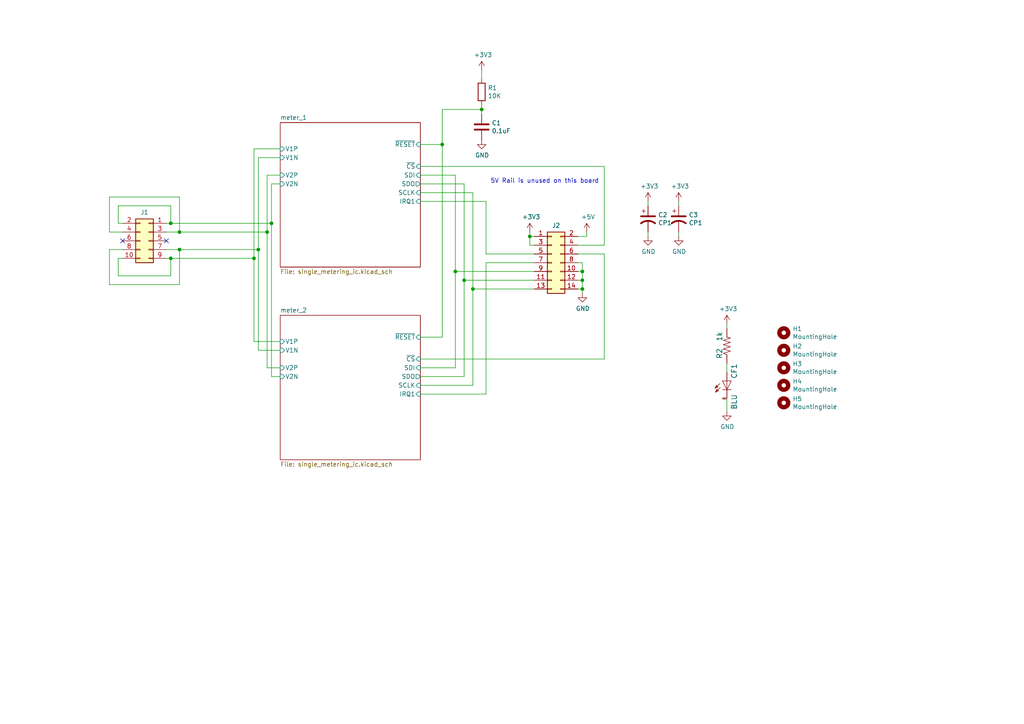
<source format=kicad_sch>
(kicad_sch (version 20230121) (generator eeschema)

  (uuid 8e06ba1f-e3ba-4eb9-a10e-887dffd566d6)

  (paper "A4")

  (lib_symbols
    (symbol "Connector_Generic:Conn_02x05_Odd_Even" (pin_names (offset 1.016) hide) (in_bom yes) (on_board yes)
      (property "Reference" "J" (at 1.27 7.62 0)
        (effects (font (size 1.27 1.27)))
      )
      (property "Value" "Connector_Generic_Conn_02x05_Odd_Even" (at 1.27 -7.62 0)
        (effects (font (size 1.27 1.27)))
      )
      (property "Footprint" "" (at 0 0 0)
        (effects (font (size 1.27 1.27)) hide)
      )
      (property "Datasheet" "" (at 0 0 0)
        (effects (font (size 1.27 1.27)) hide)
      )
      (property "ki_fp_filters" "Connector*:*_2x??_*" (at 0 0 0)
        (effects (font (size 1.27 1.27)) hide)
      )
      (symbol "Conn_02x05_Odd_Even_1_1"
        (rectangle (start -1.27 -4.953) (end 0 -5.207)
          (stroke (width 0.1524) (type default))
          (fill (type none))
        )
        (rectangle (start -1.27 -2.413) (end 0 -2.667)
          (stroke (width 0.1524) (type default))
          (fill (type none))
        )
        (rectangle (start -1.27 0.127) (end 0 -0.127)
          (stroke (width 0.1524) (type default))
          (fill (type none))
        )
        (rectangle (start -1.27 2.667) (end 0 2.413)
          (stroke (width 0.1524) (type default))
          (fill (type none))
        )
        (rectangle (start -1.27 5.207) (end 0 4.953)
          (stroke (width 0.1524) (type default))
          (fill (type none))
        )
        (rectangle (start -1.27 6.35) (end 3.81 -6.35)
          (stroke (width 0.254) (type default))
          (fill (type background))
        )
        (rectangle (start 3.81 -4.953) (end 2.54 -5.207)
          (stroke (width 0.1524) (type default))
          (fill (type none))
        )
        (rectangle (start 3.81 -2.413) (end 2.54 -2.667)
          (stroke (width 0.1524) (type default))
          (fill (type none))
        )
        (rectangle (start 3.81 0.127) (end 2.54 -0.127)
          (stroke (width 0.1524) (type default))
          (fill (type none))
        )
        (rectangle (start 3.81 2.667) (end 2.54 2.413)
          (stroke (width 0.1524) (type default))
          (fill (type none))
        )
        (rectangle (start 3.81 5.207) (end 2.54 4.953)
          (stroke (width 0.1524) (type default))
          (fill (type none))
        )
        (pin passive line (at -5.08 5.08 0) (length 3.81)
          (name "Pin_1" (effects (font (size 1.27 1.27))))
          (number "1" (effects (font (size 1.27 1.27))))
        )
        (pin passive line (at 7.62 -5.08 180) (length 3.81)
          (name "Pin_10" (effects (font (size 1.27 1.27))))
          (number "10" (effects (font (size 1.27 1.27))))
        )
        (pin passive line (at 7.62 5.08 180) (length 3.81)
          (name "Pin_2" (effects (font (size 1.27 1.27))))
          (number "2" (effects (font (size 1.27 1.27))))
        )
        (pin passive line (at -5.08 2.54 0) (length 3.81)
          (name "Pin_3" (effects (font (size 1.27 1.27))))
          (number "3" (effects (font (size 1.27 1.27))))
        )
        (pin passive line (at 7.62 2.54 180) (length 3.81)
          (name "Pin_4" (effects (font (size 1.27 1.27))))
          (number "4" (effects (font (size 1.27 1.27))))
        )
        (pin passive line (at -5.08 0 0) (length 3.81)
          (name "Pin_5" (effects (font (size 1.27 1.27))))
          (number "5" (effects (font (size 1.27 1.27))))
        )
        (pin passive line (at 7.62 0 180) (length 3.81)
          (name "Pin_6" (effects (font (size 1.27 1.27))))
          (number "6" (effects (font (size 1.27 1.27))))
        )
        (pin passive line (at -5.08 -2.54 0) (length 3.81)
          (name "Pin_7" (effects (font (size 1.27 1.27))))
          (number "7" (effects (font (size 1.27 1.27))))
        )
        (pin passive line (at 7.62 -2.54 180) (length 3.81)
          (name "Pin_8" (effects (font (size 1.27 1.27))))
          (number "8" (effects (font (size 1.27 1.27))))
        )
        (pin passive line (at -5.08 -5.08 0) (length 3.81)
          (name "Pin_9" (effects (font (size 1.27 1.27))))
          (number "9" (effects (font (size 1.27 1.27))))
        )
      )
    )
    (symbol "Connector_Generic:Conn_02x07_Odd_Even" (pin_names (offset 1.016) hide) (in_bom yes) (on_board yes)
      (property "Reference" "J" (at 1.27 10.16 0)
        (effects (font (size 1.27 1.27)))
      )
      (property "Value" "Connector_Generic_Conn_02x07_Odd_Even" (at 1.27 -10.16 0)
        (effects (font (size 1.27 1.27)))
      )
      (property "Footprint" "" (at 0 0 0)
        (effects (font (size 1.27 1.27)) hide)
      )
      (property "Datasheet" "" (at 0 0 0)
        (effects (font (size 1.27 1.27)) hide)
      )
      (property "ki_fp_filters" "Connector*:*_2x??_*" (at 0 0 0)
        (effects (font (size 1.27 1.27)) hide)
      )
      (symbol "Conn_02x07_Odd_Even_1_1"
        (rectangle (start -1.27 -7.493) (end 0 -7.747)
          (stroke (width 0.1524) (type default))
          (fill (type none))
        )
        (rectangle (start -1.27 -4.953) (end 0 -5.207)
          (stroke (width 0.1524) (type default))
          (fill (type none))
        )
        (rectangle (start -1.27 -2.413) (end 0 -2.667)
          (stroke (width 0.1524) (type default))
          (fill (type none))
        )
        (rectangle (start -1.27 0.127) (end 0 -0.127)
          (stroke (width 0.1524) (type default))
          (fill (type none))
        )
        (rectangle (start -1.27 2.667) (end 0 2.413)
          (stroke (width 0.1524) (type default))
          (fill (type none))
        )
        (rectangle (start -1.27 5.207) (end 0 4.953)
          (stroke (width 0.1524) (type default))
          (fill (type none))
        )
        (rectangle (start -1.27 7.747) (end 0 7.493)
          (stroke (width 0.1524) (type default))
          (fill (type none))
        )
        (rectangle (start -1.27 8.89) (end 3.81 -8.89)
          (stroke (width 0.254) (type default))
          (fill (type background))
        )
        (rectangle (start 3.81 -7.493) (end 2.54 -7.747)
          (stroke (width 0.1524) (type default))
          (fill (type none))
        )
        (rectangle (start 3.81 -4.953) (end 2.54 -5.207)
          (stroke (width 0.1524) (type default))
          (fill (type none))
        )
        (rectangle (start 3.81 -2.413) (end 2.54 -2.667)
          (stroke (width 0.1524) (type default))
          (fill (type none))
        )
        (rectangle (start 3.81 0.127) (end 2.54 -0.127)
          (stroke (width 0.1524) (type default))
          (fill (type none))
        )
        (rectangle (start 3.81 2.667) (end 2.54 2.413)
          (stroke (width 0.1524) (type default))
          (fill (type none))
        )
        (rectangle (start 3.81 5.207) (end 2.54 4.953)
          (stroke (width 0.1524) (type default))
          (fill (type none))
        )
        (rectangle (start 3.81 7.747) (end 2.54 7.493)
          (stroke (width 0.1524) (type default))
          (fill (type none))
        )
        (pin passive line (at -5.08 7.62 0) (length 3.81)
          (name "Pin_1" (effects (font (size 1.27 1.27))))
          (number "1" (effects (font (size 1.27 1.27))))
        )
        (pin passive line (at 7.62 -2.54 180) (length 3.81)
          (name "Pin_10" (effects (font (size 1.27 1.27))))
          (number "10" (effects (font (size 1.27 1.27))))
        )
        (pin passive line (at -5.08 -5.08 0) (length 3.81)
          (name "Pin_11" (effects (font (size 1.27 1.27))))
          (number "11" (effects (font (size 1.27 1.27))))
        )
        (pin passive line (at 7.62 -5.08 180) (length 3.81)
          (name "Pin_12" (effects (font (size 1.27 1.27))))
          (number "12" (effects (font (size 1.27 1.27))))
        )
        (pin passive line (at -5.08 -7.62 0) (length 3.81)
          (name "Pin_13" (effects (font (size 1.27 1.27))))
          (number "13" (effects (font (size 1.27 1.27))))
        )
        (pin passive line (at 7.62 -7.62 180) (length 3.81)
          (name "Pin_14" (effects (font (size 1.27 1.27))))
          (number "14" (effects (font (size 1.27 1.27))))
        )
        (pin passive line (at 7.62 7.62 180) (length 3.81)
          (name "Pin_2" (effects (font (size 1.27 1.27))))
          (number "2" (effects (font (size 1.27 1.27))))
        )
        (pin passive line (at -5.08 5.08 0) (length 3.81)
          (name "Pin_3" (effects (font (size 1.27 1.27))))
          (number "3" (effects (font (size 1.27 1.27))))
        )
        (pin passive line (at 7.62 5.08 180) (length 3.81)
          (name "Pin_4" (effects (font (size 1.27 1.27))))
          (number "4" (effects (font (size 1.27 1.27))))
        )
        (pin passive line (at -5.08 2.54 0) (length 3.81)
          (name "Pin_5" (effects (font (size 1.27 1.27))))
          (number "5" (effects (font (size 1.27 1.27))))
        )
        (pin passive line (at 7.62 2.54 180) (length 3.81)
          (name "Pin_6" (effects (font (size 1.27 1.27))))
          (number "6" (effects (font (size 1.27 1.27))))
        )
        (pin passive line (at -5.08 0 0) (length 3.81)
          (name "Pin_7" (effects (font (size 1.27 1.27))))
          (number "7" (effects (font (size 1.27 1.27))))
        )
        (pin passive line (at 7.62 0 180) (length 3.81)
          (name "Pin_8" (effects (font (size 1.27 1.27))))
          (number "8" (effects (font (size 1.27 1.27))))
        )
        (pin passive line (at -5.08 -2.54 0) (length 3.81)
          (name "Pin_9" (effects (font (size 1.27 1.27))))
          (number "9" (effects (font (size 1.27 1.27))))
        )
      )
    )
    (symbol "Device:C" (pin_numbers hide) (pin_names (offset 0.254)) (in_bom yes) (on_board yes)
      (property "Reference" "C" (at 0.635 2.54 0)
        (effects (font (size 1.27 1.27)) (justify left))
      )
      (property "Value" "Device_C" (at 0.635 -2.54 0)
        (effects (font (size 1.27 1.27)) (justify left))
      )
      (property "Footprint" "" (at 0.9652 -3.81 0)
        (effects (font (size 1.27 1.27)) hide)
      )
      (property "Datasheet" "" (at 0 0 0)
        (effects (font (size 1.27 1.27)) hide)
      )
      (property "ki_fp_filters" "C_*" (at 0 0 0)
        (effects (font (size 1.27 1.27)) hide)
      )
      (symbol "C_0_1"
        (polyline
          (pts
            (xy -2.032 -0.762)
            (xy 2.032 -0.762)
          )
          (stroke (width 0.508) (type default))
          (fill (type none))
        )
        (polyline
          (pts
            (xy -2.032 0.762)
            (xy 2.032 0.762)
          )
          (stroke (width 0.508) (type default))
          (fill (type none))
        )
      )
      (symbol "C_1_1"
        (pin passive line (at 0 3.81 270) (length 2.794)
          (name "~" (effects (font (size 1.27 1.27))))
          (number "1" (effects (font (size 1.27 1.27))))
        )
        (pin passive line (at 0 -3.81 90) (length 2.794)
          (name "~" (effects (font (size 1.27 1.27))))
          (number "2" (effects (font (size 1.27 1.27))))
        )
      )
    )
    (symbol "Device:CP1" (pin_numbers hide) (pin_names (offset 0.254) hide) (in_bom yes) (on_board yes)
      (property "Reference" "C" (at 0.635 2.54 0)
        (effects (font (size 1.27 1.27)) (justify left))
      )
      (property "Value" "Device_CP1" (at 0.635 -2.54 0)
        (effects (font (size 1.27 1.27)) (justify left))
      )
      (property "Footprint" "" (at 0 0 0)
        (effects (font (size 1.27 1.27)) hide)
      )
      (property "Datasheet" "" (at 0 0 0)
        (effects (font (size 1.27 1.27)) hide)
      )
      (property "ki_fp_filters" "CP_*" (at 0 0 0)
        (effects (font (size 1.27 1.27)) hide)
      )
      (symbol "CP1_0_1"
        (polyline
          (pts
            (xy -2.032 0.762)
            (xy 2.032 0.762)
          )
          (stroke (width 0.508) (type default))
          (fill (type none))
        )
        (polyline
          (pts
            (xy -1.778 2.286)
            (xy -0.762 2.286)
          )
          (stroke (width 0) (type default))
          (fill (type none))
        )
        (polyline
          (pts
            (xy -1.27 1.778)
            (xy -1.27 2.794)
          )
          (stroke (width 0) (type default))
          (fill (type none))
        )
        (arc (start 2.032 -1.27) (mid 0 -0.5572) (end -2.032 -1.27)
          (stroke (width 0.508) (type default))
          (fill (type none))
        )
      )
      (symbol "CP1_1_1"
        (pin passive line (at 0 3.81 270) (length 2.794)
          (name "~" (effects (font (size 1.27 1.27))))
          (number "1" (effects (font (size 1.27 1.27))))
        )
        (pin passive line (at 0 -3.81 90) (length 3.302)
          (name "~" (effects (font (size 1.27 1.27))))
          (number "2" (effects (font (size 1.27 1.27))))
        )
      )
    )
    (symbol "Device:R" (pin_numbers hide) (pin_names (offset 0)) (in_bom yes) (on_board yes)
      (property "Reference" "R" (at 2.032 0 90)
        (effects (font (size 1.27 1.27)))
      )
      (property "Value" "Device_R" (at 0 0 90)
        (effects (font (size 1.27 1.27)))
      )
      (property "Footprint" "" (at -1.778 0 90)
        (effects (font (size 1.27 1.27)) hide)
      )
      (property "Datasheet" "" (at 0 0 0)
        (effects (font (size 1.27 1.27)) hide)
      )
      (property "ki_fp_filters" "R_*" (at 0 0 0)
        (effects (font (size 1.27 1.27)) hide)
      )
      (symbol "R_0_1"
        (rectangle (start -1.016 -2.54) (end 1.016 2.54)
          (stroke (width 0.254) (type default))
          (fill (type none))
        )
      )
      (symbol "R_1_1"
        (pin passive line (at 0 3.81 270) (length 1.27)
          (name "~" (effects (font (size 1.27 1.27))))
          (number "1" (effects (font (size 1.27 1.27))))
        )
        (pin passive line (at 0 -3.81 90) (length 1.27)
          (name "~" (effects (font (size 1.27 1.27))))
          (number "2" (effects (font (size 1.27 1.27))))
        )
      )
    )
    (symbol "Mechanical:MountingHole" (pin_names (offset 1.016)) (in_bom yes) (on_board yes)
      (property "Reference" "H" (at 0 5.08 0)
        (effects (font (size 1.27 1.27)))
      )
      (property "Value" "Mechanical_MountingHole" (at 0 3.175 0)
        (effects (font (size 1.27 1.27)))
      )
      (property "Footprint" "" (at 0 0 0)
        (effects (font (size 1.27 1.27)) hide)
      )
      (property "Datasheet" "" (at 0 0 0)
        (effects (font (size 1.27 1.27)) hide)
      )
      (property "ki_fp_filters" "MountingHole*" (at 0 0 0)
        (effects (font (size 1.27 1.27)) hide)
      )
      (symbol "MountingHole_0_1"
        (circle (center 0 0) (radius 1.27)
          (stroke (width 1.27) (type default))
          (fill (type none))
        )
      )
    )
    (symbol "custom:LEDCHIPLED_0603-6_channel_esp32_energy_meter-eagle-import-6_channel_esp32_energy_meter-rescue" (pin_names (offset 1.016)) (in_bom yes) (on_board yes)
      (property "Reference" "LED" (at 3.556 -4.572 90)
        (effects (font (size 1.4986 1.4986)) (justify left bottom))
      )
      (property "Value" "custom_LEDCHIPLED_0603-6_channel_esp32_energy_meter-eagle-import-6_channel_esp32_energy_meter-rescue" (at 5.715 -4.572 90)
        (effects (font (size 1.4986 1.4986)) (justify left bottom))
      )
      (property "Footprint" "" (at 0 0 0)
        (effects (font (size 1.27 1.27)) hide)
      )
      (property "Datasheet" "" (at 0 0 0)
        (effects (font (size 1.27 1.27)) hide)
      )
      (property "ki_locked" "" (at 0 0 0)
        (effects (font (size 1.27 1.27)))
      )
      (symbol "LEDCHIPLED_0603-6_channel_esp32_energy_meter-eagle-import-6_channel_esp32_energy_meter-rescue_1_0"
        (polyline
          (pts
            (xy -2.032 -0.762)
            (xy -3.429 -2.159)
          )
          (stroke (width 0) (type default))
          (fill (type none))
        )
        (polyline
          (pts
            (xy -1.905 -1.905)
            (xy -3.302 -3.302)
          )
          (stroke (width 0) (type default))
          (fill (type none))
        )
        (polyline
          (pts
            (xy 0 -2.54)
            (xy -1.27 -2.54)
          )
          (stroke (width 0) (type default))
          (fill (type none))
        )
        (polyline
          (pts
            (xy 0 -2.54)
            (xy -1.27 0)
          )
          (stroke (width 0) (type default))
          (fill (type none))
        )
        (polyline
          (pts
            (xy 0 0)
            (xy -1.27 0)
          )
          (stroke (width 0) (type default))
          (fill (type none))
        )
        (polyline
          (pts
            (xy 0 0)
            (xy 0 -2.54)
          )
          (stroke (width 0) (type default))
          (fill (type none))
        )
        (polyline
          (pts
            (xy 1.27 -2.54)
            (xy 0 -2.54)
          )
          (stroke (width 0) (type default))
          (fill (type none))
        )
        (polyline
          (pts
            (xy 1.27 0)
            (xy 0 -2.54)
          )
          (stroke (width 0) (type default))
          (fill (type none))
        )
        (polyline
          (pts
            (xy 1.27 0)
            (xy 0 0)
          )
          (stroke (width 0) (type default))
          (fill (type none))
        )
        (polyline
          (pts
            (xy -3.429 -2.159)
            (xy -3.048 -1.27)
            (xy -2.54 -1.778)
          )
          (stroke (width 0) (type default))
          (fill (type outline))
        )
        (polyline
          (pts
            (xy -3.302 -3.302)
            (xy -2.921 -2.413)
            (xy -2.413 -2.921)
          )
          (stroke (width 0) (type default))
          (fill (type outline))
        )
        (pin passive line (at 0 2.54 270) (length 2.54)
          (name "A" (effects (font (size 0 0))))
          (number "A" (effects (font (size 0 0))))
        )
        (pin passive line (at 0 -5.08 90) (length 2.54)
          (name "C" (effects (font (size 0 0))))
          (number "C" (effects (font (size 0 0))))
        )
      )
    )
    (symbol "custom:R-US_R0603-6_channel_esp32_energy_meter-eagle-import-6_channel_esp32_energy_meter-rescue" (pin_names (offset 1.016)) (in_bom yes) (on_board yes)
      (property "Reference" "R" (at -3.81 1.4986 0)
        (effects (font (size 1.4986 1.4986)) (justify left bottom))
      )
      (property "Value" "custom_R-US_R0603-6_channel_esp32_energy_meter-eagle-import-6_channel_esp32_energy_meter-rescue" (at -3.81 -3.302 0)
        (effects (font (size 1.4986 1.4986)) (justify left bottom))
      )
      (property "Footprint" "" (at 0 0 0)
        (effects (font (size 1.27 1.27)) hide)
      )
      (property "Datasheet" "" (at 0 0 0)
        (effects (font (size 1.27 1.27)) hide)
      )
      (property "ki_locked" "" (at 0 0 0)
        (effects (font (size 1.27 1.27)))
      )
      (symbol "R-US_R0603-6_channel_esp32_energy_meter-eagle-import-6_channel_esp32_energy_meter-rescue_1_0"
        (polyline
          (pts
            (xy -2.54 0)
            (xy -2.159 1.016)
          )
          (stroke (width 0) (type default))
          (fill (type none))
        )
        (polyline
          (pts
            (xy -2.159 1.016)
            (xy -1.524 -1.016)
          )
          (stroke (width 0) (type default))
          (fill (type none))
        )
        (polyline
          (pts
            (xy -1.524 -1.016)
            (xy -0.889 1.016)
          )
          (stroke (width 0) (type default))
          (fill (type none))
        )
        (polyline
          (pts
            (xy -0.889 1.016)
            (xy -0.254 -1.016)
          )
          (stroke (width 0) (type default))
          (fill (type none))
        )
        (polyline
          (pts
            (xy -0.254 -1.016)
            (xy 0.381 1.016)
          )
          (stroke (width 0) (type default))
          (fill (type none))
        )
        (polyline
          (pts
            (xy 0.381 1.016)
            (xy 1.016 -1.016)
          )
          (stroke (width 0) (type default))
          (fill (type none))
        )
        (polyline
          (pts
            (xy 1.016 -1.016)
            (xy 1.651 1.016)
          )
          (stroke (width 0) (type default))
          (fill (type none))
        )
        (polyline
          (pts
            (xy 1.651 1.016)
            (xy 2.286 -1.016)
          )
          (stroke (width 0) (type default))
          (fill (type none))
        )
        (polyline
          (pts
            (xy 2.286 -1.016)
            (xy 2.54 0)
          )
          (stroke (width 0) (type default))
          (fill (type none))
        )
        (pin passive line (at -5.08 0 0) (length 2.54)
          (name "1" (effects (font (size 0 0))))
          (number "1" (effects (font (size 0 0))))
        )
        (pin passive line (at 5.08 0 180) (length 2.54)
          (name "2" (effects (font (size 0 0))))
          (number "2" (effects (font (size 0 0))))
        )
      )
    )
    (symbol "power:+3.3V" (power) (pin_names (offset 0)) (in_bom yes) (on_board yes)
      (property "Reference" "#PWR" (at 0 -3.81 0)
        (effects (font (size 1.27 1.27)) hide)
      )
      (property "Value" "power_+3.3V" (at 0 3.556 0)
        (effects (font (size 1.27 1.27)))
      )
      (property "Footprint" "" (at 0 0 0)
        (effects (font (size 1.27 1.27)) hide)
      )
      (property "Datasheet" "" (at 0 0 0)
        (effects (font (size 1.27 1.27)) hide)
      )
      (symbol "+3.3V_0_1"
        (polyline
          (pts
            (xy -0.762 1.27)
            (xy 0 2.54)
          )
          (stroke (width 0) (type default))
          (fill (type none))
        )
        (polyline
          (pts
            (xy 0 0)
            (xy 0 2.54)
          )
          (stroke (width 0) (type default))
          (fill (type none))
        )
        (polyline
          (pts
            (xy 0 2.54)
            (xy 0.762 1.27)
          )
          (stroke (width 0) (type default))
          (fill (type none))
        )
      )
      (symbol "+3.3V_1_1"
        (pin power_in line (at 0 0 90) (length 0) hide
          (name "+3V3" (effects (font (size 1.27 1.27))))
          (number "1" (effects (font (size 1.27 1.27))))
        )
      )
    )
    (symbol "power:+5V" (power) (pin_names (offset 0)) (in_bom yes) (on_board yes)
      (property "Reference" "#PWR" (at 0 -3.81 0)
        (effects (font (size 1.27 1.27)) hide)
      )
      (property "Value" "power_+5V" (at 0 3.556 0)
        (effects (font (size 1.27 1.27)))
      )
      (property "Footprint" "" (at 0 0 0)
        (effects (font (size 1.27 1.27)) hide)
      )
      (property "Datasheet" "" (at 0 0 0)
        (effects (font (size 1.27 1.27)) hide)
      )
      (symbol "+5V_0_1"
        (polyline
          (pts
            (xy -0.762 1.27)
            (xy 0 2.54)
          )
          (stroke (width 0) (type default))
          (fill (type none))
        )
        (polyline
          (pts
            (xy 0 0)
            (xy 0 2.54)
          )
          (stroke (width 0) (type default))
          (fill (type none))
        )
        (polyline
          (pts
            (xy 0 2.54)
            (xy 0.762 1.27)
          )
          (stroke (width 0) (type default))
          (fill (type none))
        )
      )
      (symbol "+5V_1_1"
        (pin power_in line (at 0 0 90) (length 0) hide
          (name "+5V" (effects (font (size 1.27 1.27))))
          (number "1" (effects (font (size 1.27 1.27))))
        )
      )
    )
    (symbol "power:GND" (power) (pin_names (offset 0)) (in_bom yes) (on_board yes)
      (property "Reference" "#PWR" (at 0 -6.35 0)
        (effects (font (size 1.27 1.27)) hide)
      )
      (property "Value" "power_GND" (at 0 -3.81 0)
        (effects (font (size 1.27 1.27)))
      )
      (property "Footprint" "" (at 0 0 0)
        (effects (font (size 1.27 1.27)) hide)
      )
      (property "Datasheet" "" (at 0 0 0)
        (effects (font (size 1.27 1.27)) hide)
      )
      (symbol "GND_0_1"
        (polyline
          (pts
            (xy 0 0)
            (xy 0 -1.27)
            (xy 1.27 -1.27)
            (xy 0 -2.54)
            (xy -1.27 -1.27)
            (xy 0 -1.27)
          )
          (stroke (width 0) (type default))
          (fill (type none))
        )
      )
      (symbol "GND_1_1"
        (pin power_in line (at 0 0 270) (length 0) hide
          (name "GND" (effects (font (size 1.27 1.27))))
          (number "1" (effects (font (size 1.27 1.27))))
        )
      )
    )
  )

  (junction (at 78.74 64.77) (diameter 0) (color 0 0 0 0)
    (uuid 009a4fb4-fcc0-4623-ae5d-c1bae3219583)
  )
  (junction (at 168.91 81.28) (diameter 0) (color 0 0 0 0)
    (uuid 14c51520-6d91-4098-a59a-5121f2a898f7)
  )
  (junction (at 49.53 74.93) (diameter 0) (color 0 0 0 0)
    (uuid 18b7e157-ae67-48ad-bd7c-9fef6fe45b22)
  )
  (junction (at 168.91 78.74) (diameter 0) (color 0 0 0 0)
    (uuid 477311b9-8f81-40c8-9c55-fd87e287247a)
  )
  (junction (at 153.67 68.58) (diameter 0) (color 0 0 0 0)
    (uuid 5cf2db29-f7ab-499a-9907-cdeba64bf0f3)
  )
  (junction (at 49.53 64.77) (diameter 0) (color 0 0 0 0)
    (uuid 6b7c1048-12b6-46b2-b762-fa3ad30472dd)
  )
  (junction (at 132.08 78.74) (diameter 0) (color 0 0 0 0)
    (uuid 7e0a03ae-d054-4f76-a131-5c09b8dc1636)
  )
  (junction (at 73.66 74.93) (diameter 0) (color 0 0 0 0)
    (uuid 88668202-3f0b-4d07-84d4-dcd790f57272)
  )
  (junction (at 168.91 83.82) (diameter 0) (color 0 0 0 0)
    (uuid 8a650ebf-3f78-4ca4-a26b-a5028693e36d)
  )
  (junction (at 128.27 41.91) (diameter 0) (color 0 0 0 0)
    (uuid a29f8df0-3fae-4edf-8d9c-bd5a875b13e3)
  )
  (junction (at 74.93 72.39) (diameter 0) (color 0 0 0 0)
    (uuid a6ccc556-da88-4006-ae1a-cc35733efef3)
  )
  (junction (at 134.62 81.28) (diameter 0) (color 0 0 0 0)
    (uuid a9b3f6e4-7a6d-4ae8-ad28-3d8458e0ca1a)
  )
  (junction (at 77.47 67.31) (diameter 0) (color 0 0 0 0)
    (uuid b7867831-ef82-4f33-a926-59e5c1c09b91)
  )
  (junction (at 137.16 83.82) (diameter 0) (color 0 0 0 0)
    (uuid e1535036-5d36-405f-bb86-3819621c4f23)
  )
  (junction (at 52.07 72.39) (diameter 0) (color 0 0 0 0)
    (uuid e4aa537c-eb9d-4dbb-ac87-fae46af42391)
  )
  (junction (at 52.07 67.31) (diameter 0) (color 0 0 0 0)
    (uuid e67b9f8c-019b-4145-98a4-96545f6bb128)
  )
  (junction (at 139.7 31.75) (diameter 0) (color 0 0 0 0)
    (uuid f449bd37-cc90-4487-aee6-2a20b8d2843a)
  )

  (no_connect (at 35.56 69.85) (uuid 700e8b73-5976-423f-a3f3-ab3d9f3e9760))
  (no_connect (at 48.26 69.85) (uuid b4300db7-1220-431a-b7c3-2edbdf8fa6fc))

  (wire (pts (xy 132.08 106.68) (xy 121.92 106.68))
    (stroke (width 0) (type default))
    (uuid 01e9b6e7-adf9-4ee7-9447-a588630ee4a2)
  )
  (wire (pts (xy 175.26 71.12) (xy 167.64 71.12))
    (stroke (width 0) (type default))
    (uuid 0351df45-d042-41d4-ba35-88092c7be2fc)
  )
  (wire (pts (xy 128.27 41.91) (xy 128.27 97.79))
    (stroke (width 0) (type default))
    (uuid 03caada9-9e22-4e2d-9035-b15433dfbb17)
  )
  (wire (pts (xy 74.93 72.39) (xy 52.07 72.39))
    (stroke (width 0) (type default))
    (uuid 065b9982-55f2-4822-977e-07e8a06e7b35)
  )
  (wire (pts (xy 168.91 83.82) (xy 167.64 83.82))
    (stroke (width 0) (type default))
    (uuid 0755aee5-bc01-4cb5-b830-583289df50a3)
  )
  (wire (pts (xy 49.53 64.77) (xy 48.26 64.77))
    (stroke (width 0) (type default))
    (uuid 0cc45b5b-96b3-4284-9cae-a3a9e324a916)
  )
  (wire (pts (xy 168.91 78.74) (xy 168.91 81.28))
    (stroke (width 0) (type default))
    (uuid 0e1ed1c5-7428-4dc7-b76e-49b2d5f8177d)
  )
  (wire (pts (xy 49.53 80.01) (xy 49.53 74.93))
    (stroke (width 0) (type default))
    (uuid 0f31f11f-c374-4640-b9a4-07bbdba8d354)
  )
  (wire (pts (xy 31.75 57.15) (xy 52.07 57.15))
    (stroke (width 0) (type default))
    (uuid 109caac1-5036-4f23-9a66-f569d871501b)
  )
  (wire (pts (xy 137.16 55.88) (xy 137.16 83.82))
    (stroke (width 0) (type default))
    (uuid 15fe8f3d-6077-4e0e-81d0-8ec3f4538981)
  )
  (wire (pts (xy 134.62 53.34) (xy 121.92 53.34))
    (stroke (width 0) (type default))
    (uuid 16bd6381-8ac0-4bf2-9dce-ecc20c724b8d)
  )
  (wire (pts (xy 48.26 67.31) (xy 52.07 67.31))
    (stroke (width 0) (type default))
    (uuid 19b0959e-a79b-43b2-a5ad-525ced7e9131)
  )
  (wire (pts (xy 128.27 97.79) (xy 121.92 97.79))
    (stroke (width 0) (type default))
    (uuid 1f3003e6-dce5-420f-906b-3f1e92b67249)
  )
  (wire (pts (xy 35.56 64.77) (xy 34.29 64.77))
    (stroke (width 0) (type default))
    (uuid 1f8b2c0c-b042-4e2e-80f6-4959a27b238f)
  )
  (wire (pts (xy 132.08 78.74) (xy 154.94 78.74))
    (stroke (width 0) (type default))
    (uuid 20c315f4-1e4f-49aa-8d61-778a7389df7e)
  )
  (wire (pts (xy 196.85 59.69) (xy 196.85 58.42))
    (stroke (width 0) (type default))
    (uuid 22999e73-da32-43a5-9163-4b3a41614f25)
  )
  (wire (pts (xy 139.7 22.86) (xy 139.7 20.32))
    (stroke (width 0) (type default))
    (uuid 240c10af-51b5-420e-a6f4-a2c8f5db1db5)
  )
  (wire (pts (xy 121.92 58.42) (xy 140.97 58.42))
    (stroke (width 0) (type default))
    (uuid 240e5dac-6242-47a5-bbef-f76d11c715c0)
  )
  (wire (pts (xy 74.93 72.39) (xy 74.93 101.6))
    (stroke (width 0) (type default))
    (uuid 25e5aa8e-2696-44a3-8d3c-c2c53f2923cf)
  )
  (wire (pts (xy 140.97 76.2) (xy 140.97 114.3))
    (stroke (width 0) (type default))
    (uuid 27d56953-c620-4d5b-9c1c-e48bc3d9684a)
  )
  (wire (pts (xy 153.67 71.12) (xy 153.67 68.58))
    (stroke (width 0) (type default))
    (uuid 29e058a7-50a3-43e5-81c3-bfee53da08be)
  )
  (wire (pts (xy 167.64 76.2) (xy 168.91 76.2))
    (stroke (width 0) (type default))
    (uuid 2d67a417-188f-4014-9282-000265d80009)
  )
  (wire (pts (xy 31.75 67.31) (xy 31.75 57.15))
    (stroke (width 0) (type default))
    (uuid 31540a7e-dc9e-4e4d-96b1-dab15efa5f4b)
  )
  (wire (pts (xy 78.74 64.77) (xy 78.74 109.22))
    (stroke (width 0) (type default))
    (uuid 37f31dec-63fc-4634-a141-5dc5d2b60fe4)
  )
  (wire (pts (xy 154.94 71.12) (xy 153.67 71.12))
    (stroke (width 0) (type default))
    (uuid 3fd54105-4b7e-4004-9801-76ec66108a22)
  )
  (wire (pts (xy 81.28 101.6) (xy 74.93 101.6))
    (stroke (width 0) (type default))
    (uuid 40976bf0-19de-460f-ad64-224d4f51e16b)
  )
  (wire (pts (xy 153.67 67.31) (xy 153.67 68.58))
    (stroke (width 0) (type default))
    (uuid 4a21e717-d46d-4d9e-8b98-af4ecb02d3ec)
  )
  (wire (pts (xy 49.53 59.69) (xy 49.53 64.77))
    (stroke (width 0) (type default))
    (uuid 4a850cb6-bb24-4274-a902-e49f34f0a0e3)
  )
  (wire (pts (xy 121.92 109.22) (xy 134.62 109.22))
    (stroke (width 0) (type default))
    (uuid 4f66b314-0f62-4fb6-8c3c-f9c6a75cd3ec)
  )
  (wire (pts (xy 168.91 85.09) (xy 168.91 83.82))
    (stroke (width 0) (type default))
    (uuid 4fb21471-41be-4be8-9687-66030f97befc)
  )
  (wire (pts (xy 49.53 74.93) (xy 48.26 74.93))
    (stroke (width 0) (type default))
    (uuid 5fc9acb6-6dbb-4598-825b-4b9e7c4c67c4)
  )
  (wire (pts (xy 77.47 67.31) (xy 77.47 106.68))
    (stroke (width 0) (type default))
    (uuid 609b9e1b-4e3b-42b7-ac76-a62ec4d0e7c7)
  )
  (wire (pts (xy 170.18 67.31) (xy 170.18 68.58))
    (stroke (width 0) (type default))
    (uuid 60dcd1fe-7079-4cb8-b509-04558ccf5097)
  )
  (wire (pts (xy 78.74 53.34) (xy 81.28 53.34))
    (stroke (width 0) (type default))
    (uuid 639c0e59-e95c-4114-bccd-2e7277505454)
  )
  (wire (pts (xy 167.64 73.66) (xy 175.26 73.66))
    (stroke (width 0) (type default))
    (uuid 676efd2f-1c48-4786-9e4b-2444f1e8f6ff)
  )
  (wire (pts (xy 52.07 67.31) (xy 77.47 67.31))
    (stroke (width 0) (type default))
    (uuid 6bf05d19-ba3e-4ba6-8a6f-4e0bc45ea3b2)
  )
  (wire (pts (xy 52.07 72.39) (xy 52.07 82.55))
    (stroke (width 0) (type default))
    (uuid 6d1d60ff-408a-47a7-892f-c5cf9ef6ca75)
  )
  (wire (pts (xy 140.97 58.42) (xy 140.97 73.66))
    (stroke (width 0) (type default))
    (uuid 6fd4442e-30b3-428b-9306-61418a63d311)
  )
  (wire (pts (xy 167.64 81.28) (xy 168.91 81.28))
    (stroke (width 0) (type default))
    (uuid 730b670c-9bcf-4dcd-9a8d-fcaa61fb0955)
  )
  (wire (pts (xy 134.62 81.28) (xy 134.62 109.22))
    (stroke (width 0) (type default))
    (uuid 7a4ce4b3-518a-4819-b8b2-5127b3347c64)
  )
  (wire (pts (xy 52.07 67.31) (xy 52.07 57.15))
    (stroke (width 0) (type default))
    (uuid 7c04618d-9115-4179-b234-a8faf854ea92)
  )
  (wire (pts (xy 121.92 104.14) (xy 175.26 104.14))
    (stroke (width 0) (type default))
    (uuid 7d928d56-093a-4ca8-aed1-414b7e703b45)
  )
  (wire (pts (xy 134.62 53.34) (xy 134.62 81.28))
    (stroke (width 0) (type default))
    (uuid 814763c2-92e5-4a2c-941c-9bbd073f6e87)
  )
  (wire (pts (xy 187.96 68.58) (xy 187.96 67.31))
    (stroke (width 0) (type default))
    (uuid 81a15393-727e-448b-a777-b18773023d89)
  )
  (wire (pts (xy 154.94 83.82) (xy 137.16 83.82))
    (stroke (width 0) (type default))
    (uuid 82be7aae-5d06-4178-8c3e-98760c41b054)
  )
  (wire (pts (xy 168.91 76.2) (xy 168.91 78.74))
    (stroke (width 0) (type default))
    (uuid 84e5506c-143e-495f-9aa4-d3a71622f213)
  )
  (wire (pts (xy 121.92 50.8) (xy 132.08 50.8))
    (stroke (width 0) (type default))
    (uuid 85b7594c-358f-454b-b2ad-dd0b1d67ed76)
  )
  (wire (pts (xy 139.7 31.75) (xy 128.27 31.75))
    (stroke (width 0) (type default))
    (uuid 8bc2c25a-a1f1-4ce8-b96a-a4f8f4c35079)
  )
  (wire (pts (xy 35.56 67.31) (xy 31.75 67.31))
    (stroke (width 0) (type default))
    (uuid 8c1605f9-6c91-4701-96bf-e753661d5e23)
  )
  (wire (pts (xy 73.66 99.06) (xy 81.28 99.06))
    (stroke (width 0) (type default))
    (uuid 8c514922-ffe1-4e37-a260-e807409f2e0d)
  )
  (wire (pts (xy 121.92 41.91) (xy 128.27 41.91))
    (stroke (width 0) (type default))
    (uuid 8ca3e20d-bcc7-4c5e-9deb-562dfed9fecb)
  )
  (wire (pts (xy 140.97 73.66) (xy 154.94 73.66))
    (stroke (width 0) (type default))
    (uuid 8d0c1d66-35ef-4a53-a28f-436a11b54f42)
  )
  (wire (pts (xy 121.92 48.26) (xy 175.26 48.26))
    (stroke (width 0) (type default))
    (uuid 8d9a3ecc-539f-41da-8099-d37cea9c28e7)
  )
  (wire (pts (xy 154.94 76.2) (xy 140.97 76.2))
    (stroke (width 0) (type default))
    (uuid 9193c41e-d425-447d-b95c-6986d66ea01c)
  )
  (wire (pts (xy 78.74 53.34) (xy 78.74 64.77))
    (stroke (width 0) (type default))
    (uuid 91c1eb0a-67ae-4ef0-95ce-d060a03a7313)
  )
  (wire (pts (xy 31.75 82.55) (xy 31.75 72.39))
    (stroke (width 0) (type default))
    (uuid 970e0f64-111f-41e3-9f5a-fb0d0f6fa101)
  )
  (wire (pts (xy 34.29 80.01) (xy 49.53 80.01))
    (stroke (width 0) (type default))
    (uuid 998b7fa5-31a5-472e-9572-49d5226d6098)
  )
  (wire (pts (xy 139.7 33.02) (xy 139.7 31.75))
    (stroke (width 0) (type default))
    (uuid 9cbf35b8-f4d3-42a3-bb16-04ffd03fd8fd)
  )
  (wire (pts (xy 77.47 106.68) (xy 81.28 106.68))
    (stroke (width 0) (type default))
    (uuid a15a7506-eae4-4933-84da-9ad754258706)
  )
  (wire (pts (xy 210.82 93.98) (xy 210.82 95.25))
    (stroke (width 0) (type default))
    (uuid a17904b9-135e-4dae-ae20-401c7787de72)
  )
  (wire (pts (xy 74.93 45.72) (xy 74.93 72.39))
    (stroke (width 0) (type default))
    (uuid a24ddb4f-c217-42ca-b6cb-d12da84fb2b9)
  )
  (wire (pts (xy 187.96 59.69) (xy 187.96 58.42))
    (stroke (width 0) (type default))
    (uuid a4f86a46-3bc8-4daa-9125-a63f297eb114)
  )
  (wire (pts (xy 49.53 74.93) (xy 73.66 74.93))
    (stroke (width 0) (type default))
    (uuid a53767ed-bb28-4f90-abe0-e0ea734812a4)
  )
  (wire (pts (xy 137.16 111.76) (xy 121.92 111.76))
    (stroke (width 0) (type default))
    (uuid a5cd8da1-8f7f-4f80-bb23-0317de562222)
  )
  (wire (pts (xy 154.94 81.28) (xy 134.62 81.28))
    (stroke (width 0) (type default))
    (uuid a6b7df29-bcf8-46a9-b623-7eaac47f5110)
  )
  (wire (pts (xy 140.97 114.3) (xy 121.92 114.3))
    (stroke (width 0) (type default))
    (uuid aa2ea573-3f20-43c1-aa99-1f9c6031a9aa)
  )
  (wire (pts (xy 168.91 81.28) (xy 168.91 83.82))
    (stroke (width 0) (type default))
    (uuid abe07c9a-17c3-43b5-b7a6-ae867ac27ea7)
  )
  (wire (pts (xy 210.82 105.41) (xy 210.82 107.95))
    (stroke (width 0) (type default))
    (uuid b1c649b1-f44d-46c7-9dea-818e75a1b87e)
  )
  (wire (pts (xy 128.27 31.75) (xy 128.27 41.91))
    (stroke (width 0) (type default))
    (uuid b1ddb058-f7b2-429c-9489-f4e2242ad7e5)
  )
  (wire (pts (xy 52.07 82.55) (xy 31.75 82.55))
    (stroke (width 0) (type default))
    (uuid b6135480-ace6-42b2-9c47-856ef57cded1)
  )
  (wire (pts (xy 73.66 74.93) (xy 73.66 99.06))
    (stroke (width 0) (type default))
    (uuid c106154f-d948-43e5-abfa-e1b96055d91b)
  )
  (wire (pts (xy 73.66 43.18) (xy 73.66 74.93))
    (stroke (width 0) (type default))
    (uuid c24d6ac8-802d-4df3-a210-9cb1f693e865)
  )
  (wire (pts (xy 81.28 43.18) (xy 73.66 43.18))
    (stroke (width 0) (type default))
    (uuid c25a772d-af9c-4ebc-96f6-0966738c13a8)
  )
  (wire (pts (xy 170.18 68.58) (xy 167.64 68.58))
    (stroke (width 0) (type default))
    (uuid c5eb1e4c-ce83-470e-8f32-e20ff1f886a3)
  )
  (wire (pts (xy 175.26 73.66) (xy 175.26 104.14))
    (stroke (width 0) (type default))
    (uuid c701ee8e-1214-4781-a973-17bef7b6e3eb)
  )
  (wire (pts (xy 81.28 50.8) (xy 77.47 50.8))
    (stroke (width 0) (type default))
    (uuid c8c79177-94d4-43e2-a654-f0a5554fbb68)
  )
  (wire (pts (xy 121.92 55.88) (xy 137.16 55.88))
    (stroke (width 0) (type default))
    (uuid ca87f11b-5f48-4b57-8535-68d3ec2fe5a9)
  )
  (wire (pts (xy 210.82 115.57) (xy 210.82 119.38))
    (stroke (width 0) (type default))
    (uuid cb24efdd-07c6-4317-9277-131625b065ac)
  )
  (wire (pts (xy 81.28 109.22) (xy 78.74 109.22))
    (stroke (width 0) (type default))
    (uuid d3c11c8f-a73d-4211-934b-a6da255728ad)
  )
  (wire (pts (xy 132.08 78.74) (xy 132.08 106.68))
    (stroke (width 0) (type default))
    (uuid d6fb27cf-362d-4568-967c-a5bf49d5931b)
  )
  (wire (pts (xy 137.16 83.82) (xy 137.16 111.76))
    (stroke (width 0) (type default))
    (uuid d9c6d5d2-0b49-49ba-a970-cd2c32f74c54)
  )
  (wire (pts (xy 31.75 72.39) (xy 35.56 72.39))
    (stroke (width 0) (type default))
    (uuid dc2801a1-d539-4721-b31f-fe196b9f13df)
  )
  (wire (pts (xy 74.93 45.72) (xy 81.28 45.72))
    (stroke (width 0) (type default))
    (uuid e21aa84b-970e-47cf-b64f-3b55ee0e1b51)
  )
  (wire (pts (xy 175.26 48.26) (xy 175.26 71.12))
    (stroke (width 0) (type default))
    (uuid e472dac4-5b65-4920-b8b2-6065d140a69d)
  )
  (wire (pts (xy 34.29 74.93) (xy 34.29 80.01))
    (stroke (width 0) (type default))
    (uuid e4d2f565-25a0-48c6-be59-f4bf31ad2558)
  )
  (wire (pts (xy 35.56 74.93) (xy 34.29 74.93))
    (stroke (width 0) (type default))
    (uuid e502d1d5-04b0-4d4b-b5c3-8c52d09668e7)
  )
  (wire (pts (xy 34.29 59.69) (xy 49.53 59.69))
    (stroke (width 0) (type default))
    (uuid e5203297-b913-4288-a576-12a92185cb52)
  )
  (wire (pts (xy 77.47 50.8) (xy 77.47 67.31))
    (stroke (width 0) (type default))
    (uuid e54e5e19-1deb-49a9-8629-617db8e434c0)
  )
  (wire (pts (xy 132.08 50.8) (xy 132.08 78.74))
    (stroke (width 0) (type default))
    (uuid e65b62be-e01b-4688-a999-1d1be370c4ae)
  )
  (wire (pts (xy 153.67 68.58) (xy 154.94 68.58))
    (stroke (width 0) (type default))
    (uuid ec31c074-17b2-48e1-ab01-071acad3fa04)
  )
  (wire (pts (xy 196.85 68.58) (xy 196.85 67.31))
    (stroke (width 0) (type default))
    (uuid ec5c2062-3a41-4636-8803-069e60a1641a)
  )
  (wire (pts (xy 139.7 31.75) (xy 139.7 30.48))
    (stroke (width 0) (type default))
    (uuid eee16674-2d21-45b6-ab5e-d669125df26c)
  )
  (wire (pts (xy 34.29 59.69) (xy 34.29 64.77))
    (stroke (width 0) (type default))
    (uuid f1447ad6-651c-45be-a2d6-33bddf672c2c)
  )
  (wire (pts (xy 167.64 78.74) (xy 168.91 78.74))
    (stroke (width 0) (type default))
    (uuid f40d350f-0d3e-4f8a-b004-d950f2f8f1ba)
  )
  (wire (pts (xy 49.53 64.77) (xy 78.74 64.77))
    (stroke (width 0) (type default))
    (uuid f6c644f4-3036-41a6-9e14-2c08c079c6cd)
  )
  (wire (pts (xy 48.26 72.39) (xy 52.07 72.39))
    (stroke (width 0) (type default))
    (uuid f9403623-c00c-4b71-bc5c-d763ff009386)
  )

  (text "5V Rail is unused on this board" (at 142.24 53.34 0)
    (effects (font (size 1.27 1.27)) (justify left bottom))
    (uuid c04386e0-b49e-4fff-b380-675af13a62cb)
  )

  (global_label "GND" (shape bidirectional) (at 210.82 115.57 180) (fields_autoplaced)
    (effects (font (size 0.254 0.254)) (justify right))
    (uuid 0c3dceba-7c95-4b3d-b590-0eb581444beb)
    (property "Intersheetrefs" "${INTERSHEET_REFS}" (at 209.4046 115.57 0)
      (effects (font (size 1.27 1.27)) (justify right) hide)
    )
  )

  (symbol (lib_id "Connector_Generic:Conn_02x07_Odd_Even") (at 160.02 76.2 0) (unit 1)
    (in_bom yes) (on_board yes) (dnp no)
    (uuid 00000000-0000-0000-0000-00005f439a03)
    (property "Reference" "J2" (at 161.29 65.405 0)
      (effects (font (size 1.27 1.27)))
    )
    (property "Value" "Conn_02x07_Odd_Even" (at 161.29 65.3796 0)
      (effects (font (size 1.27 1.27)) hide)
    )
    (property "Footprint" "Connector_IDC:IDC-Header_2x07_P2.54mm_Vertical" (at 160.02 76.2 0)
      (effects (font (size 1.27 1.27)) hide)
    )
    (property "Datasheet" "~" (at 160.02 76.2 0)
      (effects (font (size 1.27 1.27)) hide)
    )
    (pin "1" (uuid 363189af-2faa-46a4-b025-5a779d801f2e))
    (pin "10" (uuid f934a442-23d6-4e5b-908f-bb9199ad6f8b))
    (pin "11" (uuid 386faf3f-2adf-472a-84bf-bd511edf2429))
    (pin "12" (uuid de552ae9-cde6-4643-8cc7-9de2579dadae))
    (pin "13" (uuid 72366acb-6c86-4134-89df-01ed6e4dc8e0))
    (pin "14" (uuid 7274c82d-0cb9-47de-b093-7d848f491410))
    (pin "2" (uuid b66b83a0-313f-4b03-b851-c6e9577a6eb7))
    (pin "3" (uuid dad2f9a9-292b-4f7e-9524-a263f3c1ba74))
    (pin "4" (uuid 112371bd-7aa2-4b47-b184-50d12afc2534))
    (pin "5" (uuid 5c32b099-dba7-4228-8a5e-c2156f635ce2))
    (pin "6" (uuid 7ca71fec-e7f1-454f-9196-b80d15925fff))
    (pin "7" (uuid 6f1beb86-67e1-46bf-8c2b-6d1e1485d5c0))
    (pin "8" (uuid 1d0d5161-c82f-4c77-a9ca-15d017db65d3))
    (pin "9" (uuid f4117d3e-819d-4d33-bf85-69e28ba32fe5))
    (instances
      (project "Energy Monitor - Sensor PCB"
        (path "/8e06ba1f-e3ba-4eb9-a10e-887dffd566d6"
          (reference "J2") (unit 1)
        )
      )
    )
  )

  (symbol (lib_id "power:+3.3V") (at 153.67 67.31 0) (unit 1)
    (in_bom yes) (on_board yes) (dnp no)
    (uuid 00000000-0000-0000-0000-00005f43c25e)
    (property "Reference" "#PWR03" (at 153.67 71.12 0)
      (effects (font (size 1.27 1.27)) hide)
    )
    (property "Value" "+3.3V" (at 154.051 62.9158 0)
      (effects (font (size 1.27 1.27)))
    )
    (property "Footprint" "" (at 153.67 67.31 0)
      (effects (font (size 1.27 1.27)) hide)
    )
    (property "Datasheet" "" (at 153.67 67.31 0)
      (effects (font (size 1.27 1.27)) hide)
    )
    (pin "1" (uuid 5eb16f0d-ef1e-4549-97a1-19cd06ad7236))
    (instances
      (project "Energy Monitor - Sensor PCB"
        (path "/8e06ba1f-e3ba-4eb9-a10e-887dffd566d6"
          (reference "#PWR03") (unit 1)
        )
      )
    )
  )

  (symbol (lib_id "power:GND") (at 168.91 85.09 0) (unit 1)
    (in_bom yes) (on_board yes) (dnp no)
    (uuid 00000000-0000-0000-0000-00005f43cb24)
    (property "Reference" "#PWR04" (at 168.91 91.44 0)
      (effects (font (size 1.27 1.27)) hide)
    )
    (property "Value" "GND" (at 169.037 89.4842 0)
      (effects (font (size 1.27 1.27)))
    )
    (property "Footprint" "" (at 168.91 85.09 0)
      (effects (font (size 1.27 1.27)) hide)
    )
    (property "Datasheet" "" (at 168.91 85.09 0)
      (effects (font (size 1.27 1.27)) hide)
    )
    (pin "1" (uuid ceb12634-32ca-4cbf-9ff5-5e8b53ab18ad))
    (instances
      (project "Energy Monitor - Sensor PCB"
        (path "/8e06ba1f-e3ba-4eb9-a10e-887dffd566d6"
          (reference "#PWR04") (unit 1)
        )
      )
    )
  )

  (symbol (lib_id "Connector_Generic:Conn_02x05_Odd_Even") (at 43.18 69.85 0) (mirror y) (unit 1)
    (in_bom yes) (on_board yes) (dnp no)
    (uuid 00000000-0000-0000-0000-00005f4452f6)
    (property "Reference" "J1" (at 41.91 61.595 0)
      (effects (font (size 1.27 1.27)))
    )
    (property "Value" "Conn_02x05_Odd_Even" (at 41.91 61.5696 0)
      (effects (font (size 1.27 1.27)) hide)
    )
    (property "Footprint" "Connector_IDC:IDC-Header_2x05_P2.54mm_Vertical" (at 43.18 69.85 0)
      (effects (font (size 1.27 1.27)) hide)
    )
    (property "Datasheet" "~" (at 43.18 69.85 0)
      (effects (font (size 1.27 1.27)) hide)
    )
    (pin "1" (uuid ae158d42-76cc-4911-a621-4cc28931c98b))
    (pin "10" (uuid 1cb64bfe-d819-47e3-be11-515b04f2c451))
    (pin "2" (uuid 9f4abbc0-6ac3-48f0-b823-2c1c19349540))
    (pin "3" (uuid d5f4d798-57d3-493b-b57c-3b6e89508879))
    (pin "4" (uuid 0a5610bb-d01a-4417-8271-dc424dd2c838))
    (pin "5" (uuid e4504518-96e7-4c9e-8457-7273f5a490f1))
    (pin "6" (uuid 42ecdba3-f348-4384-8d4b-cd21e56f3613))
    (pin "7" (uuid a22bec73-a69c-4ab7-8d8d-f6a6b09f925f))
    (pin "8" (uuid bd29b6d3-a58c-4b1f-9c20-de4efb708ab2))
    (pin "9" (uuid b44c0167-50fe-4c67-94fb-5ce2e6f52544))
    (instances
      (project "Energy Monitor - Sensor PCB"
        (path "/8e06ba1f-e3ba-4eb9-a10e-887dffd566d6"
          (reference "J1") (unit 1)
        )
      )
    )
  )

  (symbol (lib_id "custom:R-US_R0603-6_channel_esp32_energy_meter-eagle-import-6_channel_esp32_energy_meter-rescue") (at 210.82 100.33 90) (unit 1)
    (in_bom yes) (on_board yes) (dnp no)
    (uuid 00000000-0000-0000-0000-00005f45f957)
    (property "Reference" "R2" (at 209.55 104.14 0)
      (effects (font (size 1.4986 1.4986)) (justify left bottom))
    )
    (property "Value" "1k" (at 209.55 99.06 0)
      (effects (font (size 1.4986 1.4986)) (justify left bottom))
    )
    (property "Footprint" "Resistor_SMD:R_0603_1608Metric_Pad1.05x0.95mm_HandSolder" (at 210.82 100.33 0)
      (effects (font (size 1.27 1.27)) hide)
    )
    (property "Datasheet" "" (at 210.82 100.33 0)
      (effects (font (size 1.27 1.27)) hide)
    )
    (pin "1" (uuid cb1a49ef-0a06-4f40-9008-61d1d1c36198))
    (pin "2" (uuid 0f0f7bb5-ade7-4a81-82b4-43be6a8ad05c))
    (instances
      (project "Energy Monitor - Sensor PCB"
        (path "/8e06ba1f-e3ba-4eb9-a10e-887dffd566d6"
          (reference "R2") (unit 1)
        )
      )
    )
  )

  (symbol (lib_id "custom:LEDCHIPLED_0603-6_channel_esp32_energy_meter-eagle-import-6_channel_esp32_energy_meter-rescue") (at 210.82 110.49 0) (unit 1)
    (in_bom yes) (on_board yes) (dnp no)
    (uuid 00000000-0000-0000-0000-00005f45f95e)
    (property "Reference" "CF1" (at 212.09 105.41 90)
      (effects (font (size 1.4986 1.4986)) (justify right top))
    )
    (property "Value" "BLU" (at 212.09 114.3 90)
      (effects (font (size 1.4986 1.4986)) (justify right top))
    )
    (property "Footprint" "6_channel_esp32_energy_meter:CHIPLED_0603" (at 210.82 110.49 0)
      (effects (font (size 1.27 1.27)) hide)
    )
    (property "Datasheet" "" (at 210.82 110.49 0)
      (effects (font (size 1.27 1.27)) hide)
    )
    (pin "A" (uuid 2eea20e6-112c-411a-b615-885ae773135a))
    (pin "C" (uuid 49fec31e-3712-4229-8142-b191d90a97d0))
    (instances
      (project "Energy Monitor - Sensor PCB"
        (path "/8e06ba1f-e3ba-4eb9-a10e-887dffd566d6"
          (reference "CF1") (unit 1)
        )
      )
    )
  )

  (symbol (lib_id "power:GND") (at 210.82 119.38 0) (unit 1)
    (in_bom yes) (on_board yes) (dnp no)
    (uuid 00000000-0000-0000-0000-00005f45f966)
    (property "Reference" "#PWR011" (at 210.82 125.73 0)
      (effects (font (size 1.27 1.27)) hide)
    )
    (property "Value" "GND" (at 210.947 123.7742 0)
      (effects (font (size 1.27 1.27)))
    )
    (property "Footprint" "" (at 210.82 119.38 0)
      (effects (font (size 1.27 1.27)) hide)
    )
    (property "Datasheet" "" (at 210.82 119.38 0)
      (effects (font (size 1.27 1.27)) hide)
    )
    (pin "1" (uuid 66ca01b3-51ff-4294-9b77-4492e98f6aec))
    (instances
      (project "Energy Monitor - Sensor PCB"
        (path "/8e06ba1f-e3ba-4eb9-a10e-887dffd566d6"
          (reference "#PWR011") (unit 1)
        )
      )
    )
  )

  (symbol (lib_id "power:+3.3V") (at 210.82 93.98 0) (unit 1)
    (in_bom yes) (on_board yes) (dnp no)
    (uuid 00000000-0000-0000-0000-00005f460dbd)
    (property "Reference" "#PWR010" (at 210.82 97.79 0)
      (effects (font (size 1.27 1.27)) hide)
    )
    (property "Value" "+3.3V" (at 211.201 89.5858 0)
      (effects (font (size 1.27 1.27)))
    )
    (property "Footprint" "" (at 210.82 93.98 0)
      (effects (font (size 1.27 1.27)) hide)
    )
    (property "Datasheet" "" (at 210.82 93.98 0)
      (effects (font (size 1.27 1.27)) hide)
    )
    (pin "1" (uuid b2b363dd-8e47-4a76-a142-e00e28334875))
    (instances
      (project "Energy Monitor - Sensor PCB"
        (path "/8e06ba1f-e3ba-4eb9-a10e-887dffd566d6"
          (reference "#PWR010") (unit 1)
        )
      )
    )
  )

  (symbol (lib_id "power:+5V") (at 170.18 67.31 0) (unit 1)
    (in_bom yes) (on_board yes) (dnp no)
    (uuid 00000000-0000-0000-0000-00005f4680f3)
    (property "Reference" "#PWR05" (at 170.18 71.12 0)
      (effects (font (size 1.27 1.27)) hide)
    )
    (property "Value" "+5V" (at 170.561 62.9158 0)
      (effects (font (size 1.27 1.27)))
    )
    (property "Footprint" "" (at 170.18 67.31 0)
      (effects (font (size 1.27 1.27)) hide)
    )
    (property "Datasheet" "" (at 170.18 67.31 0)
      (effects (font (size 1.27 1.27)) hide)
    )
    (pin "1" (uuid f5eb7390-4215-4bb5-bc53-f82f663cc9a5))
    (instances
      (project "Energy Monitor - Sensor PCB"
        (path "/8e06ba1f-e3ba-4eb9-a10e-887dffd566d6"
          (reference "#PWR05") (unit 1)
        )
      )
    )
  )

  (symbol (lib_id "Mechanical:MountingHole") (at 227.33 96.52 0) (unit 1)
    (in_bom yes) (on_board yes) (dnp no)
    (uuid 00000000-0000-0000-0000-00005f59049c)
    (property "Reference" "H1" (at 229.87 95.3516 0)
      (effects (font (size 1.27 1.27)) (justify left))
    )
    (property "Value" "MountingHole" (at 229.87 97.663 0)
      (effects (font (size 1.27 1.27)) (justify left))
    )
    (property "Footprint" "MountingHole:MountingHole_3.2mm_M3_Pad_Via" (at 227.33 96.52 0)
      (effects (font (size 1.27 1.27)) hide)
    )
    (property "Datasheet" "~" (at 227.33 96.52 0)
      (effects (font (size 1.27 1.27)) hide)
    )
    (instances
      (project "Energy Monitor - Sensor PCB"
        (path "/8e06ba1f-e3ba-4eb9-a10e-887dffd566d6"
          (reference "H1") (unit 1)
        )
      )
    )
  )

  (symbol (lib_id "Mechanical:MountingHole") (at 227.33 101.6 0) (unit 1)
    (in_bom yes) (on_board yes) (dnp no)
    (uuid 00000000-0000-0000-0000-00005f5904ff)
    (property "Reference" "H2" (at 229.87 100.4316 0)
      (effects (font (size 1.27 1.27)) (justify left))
    )
    (property "Value" "MountingHole" (at 229.87 102.743 0)
      (effects (font (size 1.27 1.27)) (justify left))
    )
    (property "Footprint" "MountingHole:MountingHole_3.2mm_M3_Pad_Via" (at 227.33 101.6 0)
      (effects (font (size 1.27 1.27)) hide)
    )
    (property "Datasheet" "~" (at 227.33 101.6 0)
      (effects (font (size 1.27 1.27)) hide)
    )
    (instances
      (project "Energy Monitor - Sensor PCB"
        (path "/8e06ba1f-e3ba-4eb9-a10e-887dffd566d6"
          (reference "H2") (unit 1)
        )
      )
    )
  )

  (symbol (lib_id "Mechanical:MountingHole") (at 227.33 106.68 0) (unit 1)
    (in_bom yes) (on_board yes) (dnp no)
    (uuid 00000000-0000-0000-0000-00005f590521)
    (property "Reference" "H3" (at 229.87 105.5116 0)
      (effects (font (size 1.27 1.27)) (justify left))
    )
    (property "Value" "MountingHole" (at 229.87 107.823 0)
      (effects (font (size 1.27 1.27)) (justify left))
    )
    (property "Footprint" "MountingHole:MountingHole_3.2mm_M3_Pad_Via" (at 227.33 106.68 0)
      (effects (font (size 1.27 1.27)) hide)
    )
    (property "Datasheet" "~" (at 227.33 106.68 0)
      (effects (font (size 1.27 1.27)) hide)
    )
    (instances
      (project "Energy Monitor - Sensor PCB"
        (path "/8e06ba1f-e3ba-4eb9-a10e-887dffd566d6"
          (reference "H3") (unit 1)
        )
      )
    )
  )

  (symbol (lib_id "Mechanical:MountingHole") (at 227.33 111.76 0) (unit 1)
    (in_bom yes) (on_board yes) (dnp no)
    (uuid 00000000-0000-0000-0000-00005f590549)
    (property "Reference" "H4" (at 229.87 110.5916 0)
      (effects (font (size 1.27 1.27)) (justify left))
    )
    (property "Value" "MountingHole" (at 229.87 112.903 0)
      (effects (font (size 1.27 1.27)) (justify left))
    )
    (property "Footprint" "MountingHole:MountingHole_3.2mm_M3_Pad_Via" (at 227.33 111.76 0)
      (effects (font (size 1.27 1.27)) hide)
    )
    (property "Datasheet" "~" (at 227.33 111.76 0)
      (effects (font (size 1.27 1.27)) hide)
    )
    (instances
      (project "Energy Monitor - Sensor PCB"
        (path "/8e06ba1f-e3ba-4eb9-a10e-887dffd566d6"
          (reference "H4") (unit 1)
        )
      )
    )
  )

  (symbol (lib_id "Mechanical:MountingHole") (at 227.33 116.84 0) (unit 1)
    (in_bom yes) (on_board yes) (dnp no)
    (uuid 00000000-0000-0000-0000-00005f59056d)
    (property "Reference" "H5" (at 229.87 115.6716 0)
      (effects (font (size 1.27 1.27)) (justify left))
    )
    (property "Value" "MountingHole" (at 229.87 117.983 0)
      (effects (font (size 1.27 1.27)) (justify left))
    )
    (property "Footprint" "MountingHole:MountingHole_3.2mm_M3_Pad_Via" (at 227.33 116.84 0)
      (effects (font (size 1.27 1.27)) hide)
    )
    (property "Datasheet" "~" (at 227.33 116.84 0)
      (effects (font (size 1.27 1.27)) hide)
    )
    (instances
      (project "Energy Monitor - Sensor PCB"
        (path "/8e06ba1f-e3ba-4eb9-a10e-887dffd566d6"
          (reference "H5") (unit 1)
        )
      )
    )
  )

  (symbol (lib_id "Device:CP1") (at 187.96 63.5 0) (unit 1)
    (in_bom yes) (on_board yes) (dnp no)
    (uuid 00000000-0000-0000-0000-00005f5bc4f3)
    (property "Reference" "C2" (at 190.881 62.3316 0)
      (effects (font (size 1.27 1.27)) (justify left))
    )
    (property "Value" "CP1" (at 190.881 64.643 0)
      (effects (font (size 1.27 1.27)) (justify left))
    )
    (property "Footprint" "Capacitor_THT:CP_Radial_D12.5mm_P5.00mm" (at 187.96 63.5 0)
      (effects (font (size 1.27 1.27)) hide)
    )
    (property "Datasheet" "~" (at 187.96 63.5 0)
      (effects (font (size 1.27 1.27)) hide)
    )
    (pin "1" (uuid f503ea07-bcf1-4924-930a-6f7e9cd312f8))
    (pin "2" (uuid 645bdbdc-8f65-42ef-a021-2d3e7d74a739))
    (instances
      (project "Energy Monitor - Sensor PCB"
        (path "/8e06ba1f-e3ba-4eb9-a10e-887dffd566d6"
          (reference "C2") (unit 1)
        )
      )
    )
  )

  (symbol (lib_id "Device:CP1") (at 196.85 63.5 0) (unit 1)
    (in_bom yes) (on_board yes) (dnp no)
    (uuid 00000000-0000-0000-0000-00005f5bc578)
    (property "Reference" "C3" (at 199.771 62.3316 0)
      (effects (font (size 1.27 1.27)) (justify left))
    )
    (property "Value" "CP1" (at 199.771 64.643 0)
      (effects (font (size 1.27 1.27)) (justify left))
    )
    (property "Footprint" "Capacitor_THT:CP_Radial_D12.5mm_P5.00mm" (at 196.85 63.5 0)
      (effects (font (size 1.27 1.27)) hide)
    )
    (property "Datasheet" "~" (at 196.85 63.5 0)
      (effects (font (size 1.27 1.27)) hide)
    )
    (pin "1" (uuid d45d1afe-78e6-4045-862c-b274469da903))
    (pin "2" (uuid f203116d-f256-4611-a03e-9536bbedaf2f))
    (instances
      (project "Energy Monitor - Sensor PCB"
        (path "/8e06ba1f-e3ba-4eb9-a10e-887dffd566d6"
          (reference "C3") (unit 1)
        )
      )
    )
  )

  (symbol (lib_id "power:+3.3V") (at 187.96 58.42 0) (unit 1)
    (in_bom yes) (on_board yes) (dnp no)
    (uuid 00000000-0000-0000-0000-00005f5bc5ac)
    (property "Reference" "#PWR06" (at 187.96 62.23 0)
      (effects (font (size 1.27 1.27)) hide)
    )
    (property "Value" "+3.3V" (at 188.341 54.0258 0)
      (effects (font (size 1.27 1.27)))
    )
    (property "Footprint" "" (at 187.96 58.42 0)
      (effects (font (size 1.27 1.27)) hide)
    )
    (property "Datasheet" "" (at 187.96 58.42 0)
      (effects (font (size 1.27 1.27)) hide)
    )
    (pin "1" (uuid b8c8c7a1-d546-4878-9de9-463ec76dff98))
    (instances
      (project "Energy Monitor - Sensor PCB"
        (path "/8e06ba1f-e3ba-4eb9-a10e-887dffd566d6"
          (reference "#PWR06") (unit 1)
        )
      )
    )
  )

  (symbol (lib_id "power:+3.3V") (at 196.85 58.42 0) (unit 1)
    (in_bom yes) (on_board yes) (dnp no)
    (uuid 00000000-0000-0000-0000-00005f5bc5cd)
    (property "Reference" "#PWR08" (at 196.85 62.23 0)
      (effects (font (size 1.27 1.27)) hide)
    )
    (property "Value" "+3.3V" (at 197.231 54.0258 0)
      (effects (font (size 1.27 1.27)))
    )
    (property "Footprint" "" (at 196.85 58.42 0)
      (effects (font (size 1.27 1.27)) hide)
    )
    (property "Datasheet" "" (at 196.85 58.42 0)
      (effects (font (size 1.27 1.27)) hide)
    )
    (pin "1" (uuid 8e697b96-cf4c-43ef-b321-8c2422b088bf))
    (instances
      (project "Energy Monitor - Sensor PCB"
        (path "/8e06ba1f-e3ba-4eb9-a10e-887dffd566d6"
          (reference "#PWR08") (unit 1)
        )
      )
    )
  )

  (symbol (lib_id "power:GND") (at 187.96 68.58 0) (unit 1)
    (in_bom yes) (on_board yes) (dnp no)
    (uuid 00000000-0000-0000-0000-00005f5bc5ee)
    (property "Reference" "#PWR07" (at 187.96 74.93 0)
      (effects (font (size 1.27 1.27)) hide)
    )
    (property "Value" "GND" (at 188.087 72.9742 0)
      (effects (font (size 1.27 1.27)))
    )
    (property "Footprint" "" (at 187.96 68.58 0)
      (effects (font (size 1.27 1.27)) hide)
    )
    (property "Datasheet" "" (at 187.96 68.58 0)
      (effects (font (size 1.27 1.27)) hide)
    )
    (pin "1" (uuid fb0b1440-18be-4b5f-b469-b4cfaf66fc53))
    (instances
      (project "Energy Monitor - Sensor PCB"
        (path "/8e06ba1f-e3ba-4eb9-a10e-887dffd566d6"
          (reference "#PWR07") (unit 1)
        )
      )
    )
  )

  (symbol (lib_id "power:GND") (at 196.85 68.58 0) (unit 1)
    (in_bom yes) (on_board yes) (dnp no)
    (uuid 00000000-0000-0000-0000-00005f5bc60f)
    (property "Reference" "#PWR09" (at 196.85 74.93 0)
      (effects (font (size 1.27 1.27)) hide)
    )
    (property "Value" "GND" (at 196.977 72.9742 0)
      (effects (font (size 1.27 1.27)))
    )
    (property "Footprint" "" (at 196.85 68.58 0)
      (effects (font (size 1.27 1.27)) hide)
    )
    (property "Datasheet" "" (at 196.85 68.58 0)
      (effects (font (size 1.27 1.27)) hide)
    )
    (pin "1" (uuid ef94502b-f22d-4da7-a17f-4100090b03a1))
    (instances
      (project "Energy Monitor - Sensor PCB"
        (path "/8e06ba1f-e3ba-4eb9-a10e-887dffd566d6"
          (reference "#PWR09") (unit 1)
        )
      )
    )
  )

  (symbol (lib_id "power:+3.3V") (at 139.7 20.32 0) (unit 1)
    (in_bom yes) (on_board yes) (dnp no)
    (uuid 00000000-0000-0000-0000-00005f6e9731)
    (property "Reference" "#PWR01" (at 139.7 24.13 0)
      (effects (font (size 1.27 1.27)) hide)
    )
    (property "Value" "+3.3V" (at 140.081 15.9258 0)
      (effects (font (size 1.27 1.27)))
    )
    (property "Footprint" "" (at 139.7 20.32 0)
      (effects (font (size 1.27 1.27)) hide)
    )
    (property "Datasheet" "" (at 139.7 20.32 0)
      (effects (font (size 1.27 1.27)) hide)
    )
    (pin "1" (uuid e0d7c1d9-102e-4758-a8b7-ff248f1ce315))
    (instances
      (project "Energy Monitor - Sensor PCB"
        (path "/8e06ba1f-e3ba-4eb9-a10e-887dffd566d6"
          (reference "#PWR01") (unit 1)
        )
      )
    )
  )

  (symbol (lib_id "Device:R") (at 139.7 26.67 0) (unit 1)
    (in_bom yes) (on_board yes) (dnp no)
    (uuid 00000000-0000-0000-0000-00005f6e9738)
    (property "Reference" "R1" (at 141.478 25.5016 0)
      (effects (font (size 1.27 1.27)) (justify left))
    )
    (property "Value" "10K" (at 141.478 27.813 0)
      (effects (font (size 1.27 1.27)) (justify left))
    )
    (property "Footprint" "Resistor_SMD:R_0603_1608Metric_Pad1.05x0.95mm_HandSolder" (at 137.922 26.67 90)
      (effects (font (size 1.27 1.27)) hide)
    )
    (property "Datasheet" "~" (at 139.7 26.67 0)
      (effects (font (size 1.27 1.27)) hide)
    )
    (pin "1" (uuid 6762c669-2824-49a2-8bd4-3f19091dd75a))
    (pin "2" (uuid 0b110cbc-e477-4bdc-9c81-26a3d588d354))
    (instances
      (project "Energy Monitor - Sensor PCB"
        (path "/8e06ba1f-e3ba-4eb9-a10e-887dffd566d6"
          (reference "R1") (unit 1)
        )
      )
    )
  )

  (symbol (lib_id "Device:C") (at 139.7 36.83 0) (unit 1)
    (in_bom yes) (on_board yes) (dnp no)
    (uuid 00000000-0000-0000-0000-00005f6fa1f5)
    (property "Reference" "C1" (at 142.621 35.6616 0)
      (effects (font (size 1.27 1.27)) (justify left))
    )
    (property "Value" "0.1uF" (at 142.621 37.973 0)
      (effects (font (size 1.27 1.27)) (justify left))
    )
    (property "Footprint" "Capacitor_SMD:C_0603_1608Metric_Pad1.05x0.95mm_HandSolder" (at 140.6652 40.64 0)
      (effects (font (size 1.27 1.27)) hide)
    )
    (property "Datasheet" "~" (at 139.7 36.83 0)
      (effects (font (size 1.27 1.27)) hide)
    )
    (pin "1" (uuid 3335d379-08d8-4469-9fa1-495ed5a43fba))
    (pin "2" (uuid f220d6a7-3170-4e04-8de6-2df0c3962fe0))
    (instances
      (project "Energy Monitor - Sensor PCB"
        (path "/8e06ba1f-e3ba-4eb9-a10e-887dffd566d6"
          (reference "C1") (unit 1)
        )
      )
    )
  )

  (symbol (lib_id "power:GND") (at 139.7 40.64 0) (unit 1)
    (in_bom yes) (on_board yes) (dnp no)
    (uuid 00000000-0000-0000-0000-00005f6fc229)
    (property "Reference" "#PWR02" (at 139.7 46.99 0)
      (effects (font (size 1.27 1.27)) hide)
    )
    (property "Value" "GND" (at 139.827 45.0342 0)
      (effects (font (size 1.27 1.27)))
    )
    (property "Footprint" "" (at 139.7 40.64 0)
      (effects (font (size 1.27 1.27)) hide)
    )
    (property "Datasheet" "" (at 139.7 40.64 0)
      (effects (font (size 1.27 1.27)) hide)
    )
    (pin "1" (uuid d1441985-7b63-4bf8-a06d-c70da2e3b78b))
    (instances
      (project "Energy Monitor - Sensor PCB"
        (path "/8e06ba1f-e3ba-4eb9-a10e-887dffd566d6"
          (reference "#PWR02") (unit 1)
        )
      )
    )
  )

  (sheet (at 81.28 35.56) (size 40.64 41.91) (fields_autoplaced)
    (stroke (width 0) (type solid))
    (fill (color 0 0 0 0.0000))
    (uuid 00000000-0000-0000-0000-00005f4280a7)
    (property "Sheetname" "meter_1" (at 81.28 34.8484 0)
      (effects (font (size 1.27 1.27)) (justify left bottom))
    )
    (property "Sheetfile" "single_metering_ic.kicad_sch" (at 81.28 78.0546 0)
      (effects (font (size 1.27 1.27)) (justify left top))
    )
    (pin "~{RESET}" input (at 121.92 41.91 0)
      (effects (font (size 1.27 1.27)) (justify right))
      (uuid df68c26a-03b5-4466-aecf-ba34b7dce6b7)
    )
    (pin "~{CS}" input (at 121.92 48.26 0)
      (effects (font (size 1.27 1.27)) (justify right))
      (uuid babeabf2-f3b0-4ed5-8d9e-0215947e6cf3)
    )
    (pin "SDI" input (at 121.92 50.8 0)
      (effects (font (size 1.27 1.27)) (justify right))
      (uuid e8c50f1b-c316-4110-9cce-5c24c65a1eaa)
    )
    (pin "SDO" output (at 121.92 53.34 0)
      (effects (font (size 1.27 1.27)) (justify right))
      (uuid d7269d2a-b8c0-422d-8f25-f79ea31bf75e)
    )
    (pin "SCLK" input (at 121.92 55.88 0)
      (effects (font (size 1.27 1.27)) (justify right))
      (uuid aca4de92-9c41-4c2b-9afa-540d02dafa1c)
    )
    (pin "V1P" input (at 81.28 43.18 180)
      (effects (font (size 1.27 1.27)) (justify left))
      (uuid c43663ee-9a0d-4f27-a292-89ba89964065)
    )
    (pin "V1N" input (at 81.28 45.72 180)
      (effects (font (size 1.27 1.27)) (justify left))
      (uuid c830e3bc-dc64-4f65-8f47-3b106bae2807)
    )
    (pin "V2P" input (at 81.28 50.8 180)
      (effects (font (size 1.27 1.27)) (justify left))
      (uuid 25d545dc-8f50-4573-922c-35ef5a2a3a19)
    )
    (pin "V2N" input (at 81.28 53.34 180)
      (effects (font (size 1.27 1.27)) (justify left))
      (uuid 1e8701fc-ad24-40ea-846a-e3db538d6077)
    )
    (pin "IRQ1" input (at 121.92 58.42 0)
      (effects (font (size 1.27 1.27)) (justify right))
      (uuid d5641ac9-9be7-46bf-90b3-6c83d852b5ba)
    )
    (instances
      (project "Energy Monitor - Sensor PCB"
        (path "/8e06ba1f-e3ba-4eb9-a10e-887dffd566d6" (page "2"))
      )
    )
  )

  (sheet (at 81.28 91.44) (size 40.64 41.91) (fields_autoplaced)
    (stroke (width 0) (type solid))
    (fill (color 0 0 0 0.0000))
    (uuid 00000000-0000-0000-0000-00005f53f374)
    (property "Sheetname" "meter_2" (at 81.28 90.7284 0)
      (effects (font (size 1.27 1.27)) (justify left bottom))
    )
    (property "Sheetfile" "single_metering_ic.kicad_sch" (at 81.28 133.9346 0)
      (effects (font (size 1.27 1.27)) (justify left top))
    )
    (pin "~{RESET}" input (at 121.92 97.79 0)
      (effects (font (size 1.27 1.27)) (justify right))
      (uuid 9cb12cc8-7f1a-4a01-9256-c119f11a8a02)
    )
    (pin "~{CS}" input (at 121.92 104.14 0)
      (effects (font (size 1.27 1.27)) (justify right))
      (uuid 7cee474b-af8f-4832-b07a-c43c1ab0b464)
    )
    (pin "SDI" input (at 121.92 106.68 0)
      (effects (font (size 1.27 1.27)) (justify right))
      (uuid 853ee787-6e2c-4f32-bc75-6c17337dd3d5)
    )
    (pin "SDO" output (at 121.92 109.22 0)
      (effects (font (size 1.27 1.27)) (justify right))
      (uuid 57c0c267-8bf9-4cc7-b734-d71a239ac313)
    )
    (pin "SCLK" input (at 121.92 111.76 0)
      (effects (font (size 1.27 1.27)) (justify right))
      (uuid 5ca4be1c-537e-4a4a-b344-d0c8ffde8546)
    )
    (pin "V1P" input (at 81.28 99.06 180)
      (effects (font (size 1.27 1.27)) (justify left))
      (uuid 275aa44a-b61f-489f-9e2a-819a0fe0d1eb)
    )
    (pin "V1N" input (at 81.28 101.6 180)
      (effects (font (size 1.27 1.27)) (justify left))
      (uuid 6c67e4f6-9d04-4539-b356-b76e915ce848)
    )
    (pin "V2P" input (at 81.28 106.68 180)
      (effects (font (size 1.27 1.27)) (justify left))
      (uuid b447dbb1-d38e-4a15-93cb-12c25382ea53)
    )
    (pin "V2N" input (at 81.28 109.22 180)
      (effects (font (size 1.27 1.27)) (justify left))
      (uuid cfa5c16e-7859-460d-a0b8-cea7d7ea629c)
    )
    (pin "IRQ1" input (at 121.92 114.3 0)
      (effects (font (size 1.27 1.27)) (justify right))
      (uuid 37e8181c-a81e-498b-b2e2-0aef0c391059)
    )
    (instances
      (project "Energy Monitor - Sensor PCB"
        (path "/8e06ba1f-e3ba-4eb9-a10e-887dffd566d6" (page "3"))
      )
    )
  )

  (sheet_instances
    (path "/" (page "1"))
  )
)

</source>
